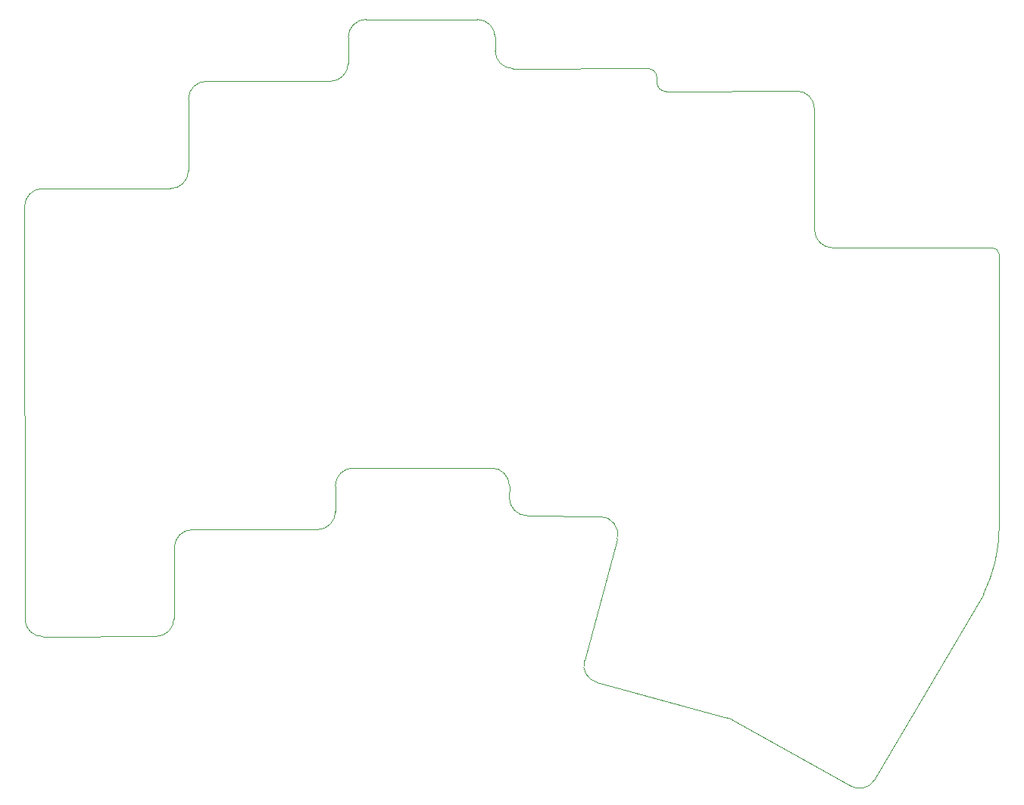
<source format=gbr>
%TF.GenerationSoftware,KiCad,Pcbnew,9.0.2*%
%TF.CreationDate,2025-05-16T20:21:05+01:00*%
%TF.ProjectId,half-swept,68616c66-2d73-4776-9570-742e6b696361,rev?*%
%TF.SameCoordinates,Original*%
%TF.FileFunction,Profile,NP*%
%FSLAX46Y46*%
G04 Gerber Fmt 4.6, Leading zero omitted, Abs format (unit mm)*
G04 Created by KiCad (PCBNEW 9.0.2) date 2025-05-16 20:21:05*
%MOMM*%
%LPD*%
G01*
G04 APERTURE LIST*
%TA.AperFunction,Profile*%
%ADD10C,0.050000*%
%TD*%
G04 APERTURE END LIST*
D10*
X104988651Y-27085429D02*
G75*
G02*
X106993878Y-29084638I5249J-1999971D01*
G01*
X108999509Y-44614624D02*
G75*
G02*
X106999176Y-42615408I-309J2000024D01*
G01*
X73291094Y-24581203D02*
G75*
G02*
X71290699Y-22578614I-394J2000003D01*
G01*
X88369608Y-24578030D02*
G75*
G02*
X89369755Y-25572444I192J-999970D01*
G01*
X90375529Y-27123865D02*
G75*
G02*
X89372947Y-26129454I-2629J999965D01*
G01*
X18691723Y-40001666D02*
G75*
G02*
X20691722Y-38000022I1999977J1666D01*
G01*
X37000000Y-28001410D02*
G75*
G02*
X39001409Y-26001400I2000000J10D01*
G01*
X37000000Y-36000000D02*
G75*
G02*
X35000000Y-38000000I-2000000J0D01*
G01*
X54859185Y-24016066D02*
G75*
G02*
X52857782Y-26011190I-1999985J4866D01*
G01*
X54866372Y-21077901D02*
G75*
G02*
X56866366Y-19082766I2000028J-4899D01*
G01*
X69292610Y-19082793D02*
G75*
G02*
X71292605Y-21085382I-10J-2000007D01*
G01*
X108999509Y-44614624D02*
X126885000Y-44612000D01*
X106999216Y-42615408D02*
X106993911Y-29084638D01*
X71290675Y-22578614D02*
X71292608Y-21085382D01*
X88369608Y-24578030D02*
X73291094Y-24581203D01*
X69292610Y-19082793D02*
X56866366Y-19082793D01*
X89372914Y-26129454D02*
X89369802Y-25572444D01*
X54866372Y-21077901D02*
X54859185Y-24016066D01*
X52857782Y-26011173D02*
X39001409Y-26001410D01*
X37000000Y-28001410D02*
X37000000Y-36000000D01*
X35000000Y-38000000D02*
X20691722Y-38000000D01*
X53431068Y-74118894D02*
G75*
G02*
X51431075Y-76124275I-1999968J-5406D01*
G01*
X53423234Y-71242282D02*
G75*
G02*
X55423226Y-69236826I1999966J5482D01*
G01*
X70883763Y-69236835D02*
G75*
G02*
X72883728Y-71248883I37J-1999965D01*
G01*
X74855676Y-74574881D02*
G75*
G02*
X72875854Y-72562934I20124J1999881D01*
G01*
X97257199Y-97147915D02*
G75*
G02*
X97714652Y-97334429I-520599J-1931085D01*
G01*
X83028634Y-74657021D02*
G75*
G02*
X84939112Y-77179068I-20134J-1999879D01*
G01*
X82675149Y-93216616D02*
G75*
G02*
X81265197Y-90763419I520651J1931016D01*
G01*
X35441162Y-78111946D02*
G75*
G02*
X37441124Y-76124344I1999958J-12394D01*
G01*
X35391770Y-86082071D02*
G75*
G02*
X33393621Y-88069707I-1999970J12371D01*
G01*
X35391770Y-86082071D02*
X35441162Y-78111946D01*
X20768000Y-88081119D02*
X33393621Y-88069676D01*
X97714649Y-97334434D02*
X110938000Y-104748000D01*
X82675149Y-93216616D02*
X97257199Y-97147915D01*
X84939169Y-77179083D02*
X81265125Y-90763400D01*
X74855676Y-74574881D02*
X83028634Y-74657021D01*
X72883727Y-71248883D02*
X72875811Y-72562934D01*
X55423226Y-69236835D02*
X70883763Y-69236835D01*
X53431068Y-74118894D02*
X53423234Y-71242282D01*
X37441124Y-76124340D02*
X51431075Y-76124340D01*
X126885000Y-44612000D02*
G75*
G02*
X127635000Y-45362000I0J-750000D01*
G01*
X18691723Y-40001666D02*
X18730254Y-86245024D01*
X113670000Y-104149265D02*
G75*
G02*
X110938000Y-104748000I-1662000J1051265D01*
G01*
X20768000Y-88081119D02*
G75*
G02*
X18730252Y-86245024I-59750J1982509D01*
G01*
X127635000Y-45362000D02*
X127635000Y-62484000D01*
X125888304Y-83312000D02*
X113670000Y-104149265D01*
X127635000Y-75987850D02*
G75*
G02*
X125888308Y-83312002I-16773900J129950D01*
G01*
X127635000Y-62484000D02*
X127647000Y-69850000D01*
X127647000Y-69850000D02*
X127635000Y-75987850D01*
X104988651Y-27085429D02*
X90375529Y-27123865D01*
M02*

</source>
